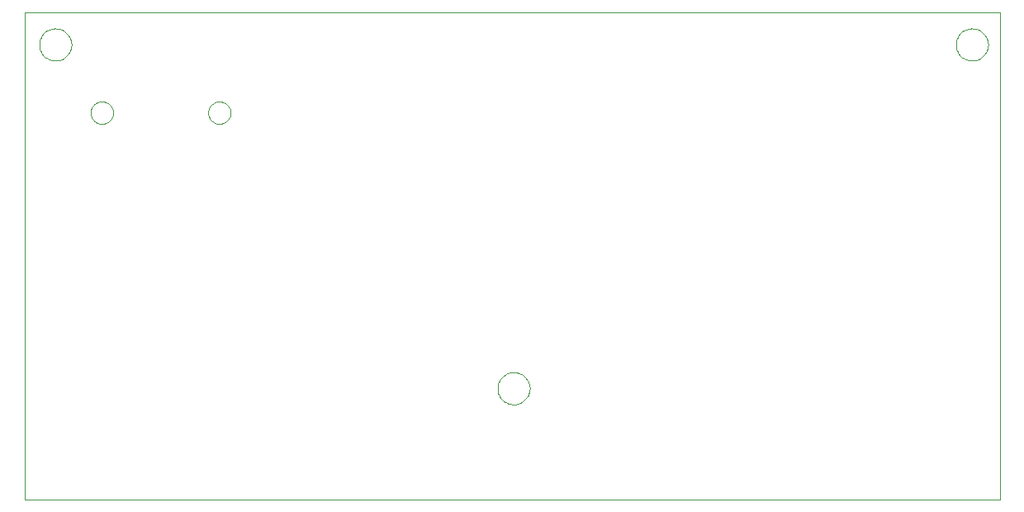
<source format=gbp>
G75*
G70*
%OFA0B0*%
%FSLAX24Y24*%
%IPPOS*%
%LPD*%
%AMOC8*
5,1,8,0,0,1.08239X$1,22.5*
%
%ADD10C,0.0000*%
D10*
X002640Y008640D02*
X002640Y028325D01*
X042010Y028325D01*
X042010Y008640D01*
X002640Y008640D01*
X021740Y013140D02*
X021742Y013190D01*
X021748Y013240D01*
X021758Y013290D01*
X021771Y013338D01*
X021788Y013386D01*
X021809Y013432D01*
X021833Y013476D01*
X021861Y013518D01*
X021892Y013558D01*
X021926Y013595D01*
X021963Y013630D01*
X022002Y013661D01*
X022043Y013690D01*
X022087Y013715D01*
X022133Y013737D01*
X022180Y013755D01*
X022228Y013769D01*
X022277Y013780D01*
X022327Y013787D01*
X022377Y013790D01*
X022428Y013789D01*
X022478Y013784D01*
X022528Y013775D01*
X022576Y013763D01*
X022624Y013746D01*
X022670Y013726D01*
X022715Y013703D01*
X022758Y013676D01*
X022798Y013646D01*
X022836Y013613D01*
X022871Y013577D01*
X022904Y013538D01*
X022933Y013497D01*
X022959Y013454D01*
X022982Y013409D01*
X023001Y013362D01*
X023016Y013314D01*
X023028Y013265D01*
X023036Y013215D01*
X023040Y013165D01*
X023040Y013115D01*
X023036Y013065D01*
X023028Y013015D01*
X023016Y012966D01*
X023001Y012918D01*
X022982Y012871D01*
X022959Y012826D01*
X022933Y012783D01*
X022904Y012742D01*
X022871Y012703D01*
X022836Y012667D01*
X022798Y012634D01*
X022758Y012604D01*
X022715Y012577D01*
X022670Y012554D01*
X022624Y012534D01*
X022576Y012517D01*
X022528Y012505D01*
X022478Y012496D01*
X022428Y012491D01*
X022377Y012490D01*
X022327Y012493D01*
X022277Y012500D01*
X022228Y012511D01*
X022180Y012525D01*
X022133Y012543D01*
X022087Y012565D01*
X022043Y012590D01*
X022002Y012619D01*
X021963Y012650D01*
X021926Y012685D01*
X021892Y012722D01*
X021861Y012762D01*
X021833Y012804D01*
X021809Y012848D01*
X021788Y012894D01*
X021771Y012942D01*
X021758Y012990D01*
X021748Y013040D01*
X021742Y013090D01*
X021740Y013140D01*
X010057Y024265D02*
X010059Y024307D01*
X010065Y024349D01*
X010075Y024391D01*
X010088Y024431D01*
X010106Y024470D01*
X010127Y024507D01*
X010151Y024541D01*
X010179Y024574D01*
X010209Y024604D01*
X010242Y024630D01*
X010277Y024654D01*
X010315Y024674D01*
X010354Y024690D01*
X010394Y024703D01*
X010436Y024712D01*
X010478Y024717D01*
X010521Y024718D01*
X010563Y024715D01*
X010605Y024708D01*
X010646Y024697D01*
X010686Y024682D01*
X010724Y024664D01*
X010761Y024642D01*
X010795Y024617D01*
X010827Y024589D01*
X010855Y024558D01*
X010881Y024524D01*
X010904Y024488D01*
X010923Y024451D01*
X010939Y024411D01*
X010951Y024370D01*
X010959Y024329D01*
X010963Y024286D01*
X010963Y024244D01*
X010959Y024201D01*
X010951Y024160D01*
X010939Y024119D01*
X010923Y024079D01*
X010904Y024042D01*
X010881Y024006D01*
X010855Y023972D01*
X010827Y023941D01*
X010795Y023913D01*
X010761Y023888D01*
X010724Y023866D01*
X010686Y023848D01*
X010646Y023833D01*
X010605Y023822D01*
X010563Y023815D01*
X010521Y023812D01*
X010478Y023813D01*
X010436Y023818D01*
X010394Y023827D01*
X010354Y023840D01*
X010315Y023856D01*
X010277Y023876D01*
X010242Y023900D01*
X010209Y023926D01*
X010179Y023956D01*
X010151Y023989D01*
X010127Y024023D01*
X010106Y024060D01*
X010088Y024099D01*
X010075Y024139D01*
X010065Y024181D01*
X010059Y024223D01*
X010057Y024265D01*
X005317Y024265D02*
X005319Y024307D01*
X005325Y024349D01*
X005335Y024391D01*
X005348Y024431D01*
X005366Y024470D01*
X005387Y024507D01*
X005411Y024541D01*
X005439Y024574D01*
X005469Y024604D01*
X005502Y024630D01*
X005537Y024654D01*
X005575Y024674D01*
X005614Y024690D01*
X005654Y024703D01*
X005696Y024712D01*
X005738Y024717D01*
X005781Y024718D01*
X005823Y024715D01*
X005865Y024708D01*
X005906Y024697D01*
X005946Y024682D01*
X005984Y024664D01*
X006021Y024642D01*
X006055Y024617D01*
X006087Y024589D01*
X006115Y024558D01*
X006141Y024524D01*
X006164Y024488D01*
X006183Y024451D01*
X006199Y024411D01*
X006211Y024370D01*
X006219Y024329D01*
X006223Y024286D01*
X006223Y024244D01*
X006219Y024201D01*
X006211Y024160D01*
X006199Y024119D01*
X006183Y024079D01*
X006164Y024042D01*
X006141Y024006D01*
X006115Y023972D01*
X006087Y023941D01*
X006055Y023913D01*
X006021Y023888D01*
X005984Y023866D01*
X005946Y023848D01*
X005906Y023833D01*
X005865Y023822D01*
X005823Y023815D01*
X005781Y023812D01*
X005738Y023813D01*
X005696Y023818D01*
X005654Y023827D01*
X005614Y023840D01*
X005575Y023856D01*
X005537Y023876D01*
X005502Y023900D01*
X005469Y023926D01*
X005439Y023956D01*
X005411Y023989D01*
X005387Y024023D01*
X005366Y024060D01*
X005348Y024099D01*
X005335Y024139D01*
X005325Y024181D01*
X005319Y024223D01*
X005317Y024265D01*
X003240Y027015D02*
X003242Y027065D01*
X003248Y027115D01*
X003258Y027165D01*
X003271Y027213D01*
X003288Y027261D01*
X003309Y027307D01*
X003333Y027351D01*
X003361Y027393D01*
X003392Y027433D01*
X003426Y027470D01*
X003463Y027505D01*
X003502Y027536D01*
X003543Y027565D01*
X003587Y027590D01*
X003633Y027612D01*
X003680Y027630D01*
X003728Y027644D01*
X003777Y027655D01*
X003827Y027662D01*
X003877Y027665D01*
X003928Y027664D01*
X003978Y027659D01*
X004028Y027650D01*
X004076Y027638D01*
X004124Y027621D01*
X004170Y027601D01*
X004215Y027578D01*
X004258Y027551D01*
X004298Y027521D01*
X004336Y027488D01*
X004371Y027452D01*
X004404Y027413D01*
X004433Y027372D01*
X004459Y027329D01*
X004482Y027284D01*
X004501Y027237D01*
X004516Y027189D01*
X004528Y027140D01*
X004536Y027090D01*
X004540Y027040D01*
X004540Y026990D01*
X004536Y026940D01*
X004528Y026890D01*
X004516Y026841D01*
X004501Y026793D01*
X004482Y026746D01*
X004459Y026701D01*
X004433Y026658D01*
X004404Y026617D01*
X004371Y026578D01*
X004336Y026542D01*
X004298Y026509D01*
X004258Y026479D01*
X004215Y026452D01*
X004170Y026429D01*
X004124Y026409D01*
X004076Y026392D01*
X004028Y026380D01*
X003978Y026371D01*
X003928Y026366D01*
X003877Y026365D01*
X003827Y026368D01*
X003777Y026375D01*
X003728Y026386D01*
X003680Y026400D01*
X003633Y026418D01*
X003587Y026440D01*
X003543Y026465D01*
X003502Y026494D01*
X003463Y026525D01*
X003426Y026560D01*
X003392Y026597D01*
X003361Y026637D01*
X003333Y026679D01*
X003309Y026723D01*
X003288Y026769D01*
X003271Y026817D01*
X003258Y026865D01*
X003248Y026915D01*
X003242Y026965D01*
X003240Y027015D01*
X040240Y027015D02*
X040242Y027065D01*
X040248Y027115D01*
X040258Y027165D01*
X040271Y027213D01*
X040288Y027261D01*
X040309Y027307D01*
X040333Y027351D01*
X040361Y027393D01*
X040392Y027433D01*
X040426Y027470D01*
X040463Y027505D01*
X040502Y027536D01*
X040543Y027565D01*
X040587Y027590D01*
X040633Y027612D01*
X040680Y027630D01*
X040728Y027644D01*
X040777Y027655D01*
X040827Y027662D01*
X040877Y027665D01*
X040928Y027664D01*
X040978Y027659D01*
X041028Y027650D01*
X041076Y027638D01*
X041124Y027621D01*
X041170Y027601D01*
X041215Y027578D01*
X041258Y027551D01*
X041298Y027521D01*
X041336Y027488D01*
X041371Y027452D01*
X041404Y027413D01*
X041433Y027372D01*
X041459Y027329D01*
X041482Y027284D01*
X041501Y027237D01*
X041516Y027189D01*
X041528Y027140D01*
X041536Y027090D01*
X041540Y027040D01*
X041540Y026990D01*
X041536Y026940D01*
X041528Y026890D01*
X041516Y026841D01*
X041501Y026793D01*
X041482Y026746D01*
X041459Y026701D01*
X041433Y026658D01*
X041404Y026617D01*
X041371Y026578D01*
X041336Y026542D01*
X041298Y026509D01*
X041258Y026479D01*
X041215Y026452D01*
X041170Y026429D01*
X041124Y026409D01*
X041076Y026392D01*
X041028Y026380D01*
X040978Y026371D01*
X040928Y026366D01*
X040877Y026365D01*
X040827Y026368D01*
X040777Y026375D01*
X040728Y026386D01*
X040680Y026400D01*
X040633Y026418D01*
X040587Y026440D01*
X040543Y026465D01*
X040502Y026494D01*
X040463Y026525D01*
X040426Y026560D01*
X040392Y026597D01*
X040361Y026637D01*
X040333Y026679D01*
X040309Y026723D01*
X040288Y026769D01*
X040271Y026817D01*
X040258Y026865D01*
X040248Y026915D01*
X040242Y026965D01*
X040240Y027015D01*
M02*

</source>
